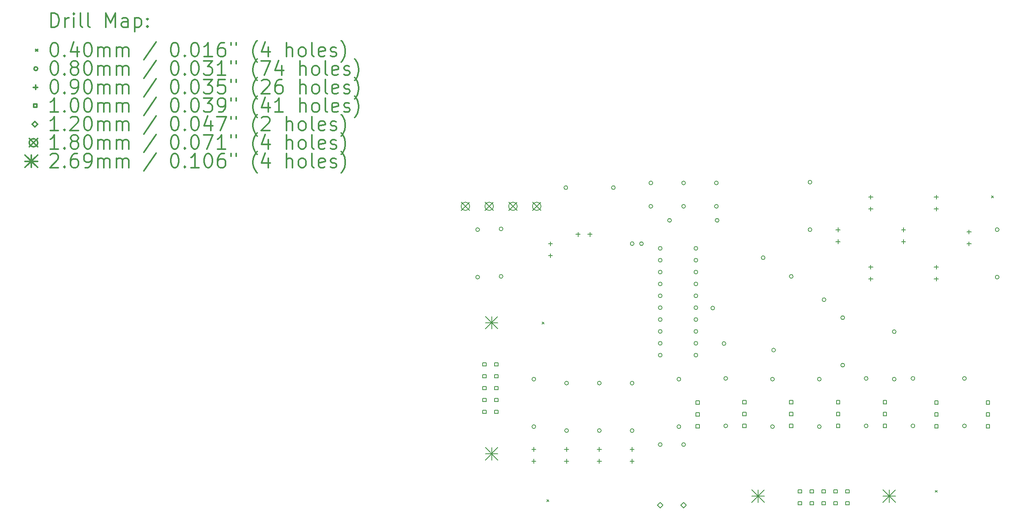
<source format=gbr>
%FSLAX45Y45*%
G04 Gerber Fmt 4.5, Leading zero omitted, Abs format (unit mm)*
G04 Created by KiCad (PCBNEW 5.1.9) date 2021-06-26 10:41:08*
%MOMM*%
%LPD*%
G01*
G04 APERTURE LIST*
%ADD10C,0.200000*%
%ADD11C,0.300000*%
G04 APERTURE END LIST*
D10*
X10780000Y-6780000D02*
X10820000Y-6820000D01*
X10820000Y-6780000D02*
X10780000Y-6820000D01*
X10880000Y-10580000D02*
X10920000Y-10620000D01*
X10920000Y-10580000D02*
X10880000Y-10620000D01*
X19180000Y-10380000D02*
X19220000Y-10420000D01*
X19220000Y-10380000D02*
X19180000Y-10420000D01*
X20380000Y-4080000D02*
X20420000Y-4120000D01*
X20420000Y-4080000D02*
X20380000Y-4120000D01*
X9440000Y-4800000D02*
G75*
G03*
X9440000Y-4800000I-40000J0D01*
G01*
X9440000Y-5816000D02*
G75*
G03*
X9440000Y-5816000I-40000J0D01*
G01*
X9940000Y-4784000D02*
G75*
G03*
X9940000Y-4784000I-40000J0D01*
G01*
X9940000Y-5800000D02*
G75*
G03*
X9940000Y-5800000I-40000J0D01*
G01*
X10640000Y-8000000D02*
G75*
G03*
X10640000Y-8000000I-40000J0D01*
G01*
X10640000Y-9016000D02*
G75*
G03*
X10640000Y-9016000I-40000J0D01*
G01*
X11324000Y-3900000D02*
G75*
G03*
X11324000Y-3900000I-40000J0D01*
G01*
X11340000Y-8084000D02*
G75*
G03*
X11340000Y-8084000I-40000J0D01*
G01*
X11340000Y-9100000D02*
G75*
G03*
X11340000Y-9100000I-40000J0D01*
G01*
X12040000Y-8084000D02*
G75*
G03*
X12040000Y-8084000I-40000J0D01*
G01*
X12040000Y-9100000D02*
G75*
G03*
X12040000Y-9100000I-40000J0D01*
G01*
X12340000Y-3900000D02*
G75*
G03*
X12340000Y-3900000I-40000J0D01*
G01*
X12740000Y-5100000D02*
G75*
G03*
X12740000Y-5100000I-40000J0D01*
G01*
X12740000Y-8084000D02*
G75*
G03*
X12740000Y-8084000I-40000J0D01*
G01*
X12740000Y-9100000D02*
G75*
G03*
X12740000Y-9100000I-40000J0D01*
G01*
X12940000Y-5100000D02*
G75*
G03*
X12940000Y-5100000I-40000J0D01*
G01*
X13140000Y-3800000D02*
G75*
G03*
X13140000Y-3800000I-40000J0D01*
G01*
X13140000Y-4300000D02*
G75*
G03*
X13140000Y-4300000I-40000J0D01*
G01*
X13340000Y-5200000D02*
G75*
G03*
X13340000Y-5200000I-40000J0D01*
G01*
X13340000Y-5454000D02*
G75*
G03*
X13340000Y-5454000I-40000J0D01*
G01*
X13340000Y-5708000D02*
G75*
G03*
X13340000Y-5708000I-40000J0D01*
G01*
X13340000Y-5962000D02*
G75*
G03*
X13340000Y-5962000I-40000J0D01*
G01*
X13340000Y-6216000D02*
G75*
G03*
X13340000Y-6216000I-40000J0D01*
G01*
X13340000Y-6470000D02*
G75*
G03*
X13340000Y-6470000I-40000J0D01*
G01*
X13340000Y-6724000D02*
G75*
G03*
X13340000Y-6724000I-40000J0D01*
G01*
X13340000Y-6978000D02*
G75*
G03*
X13340000Y-6978000I-40000J0D01*
G01*
X13340000Y-7232000D02*
G75*
G03*
X13340000Y-7232000I-40000J0D01*
G01*
X13340000Y-7486000D02*
G75*
G03*
X13340000Y-7486000I-40000J0D01*
G01*
X13340000Y-9400000D02*
G75*
G03*
X13340000Y-9400000I-40000J0D01*
G01*
X13540000Y-4600000D02*
G75*
G03*
X13540000Y-4600000I-40000J0D01*
G01*
X13740000Y-8000000D02*
G75*
G03*
X13740000Y-8000000I-40000J0D01*
G01*
X13740000Y-9016000D02*
G75*
G03*
X13740000Y-9016000I-40000J0D01*
G01*
X13840000Y-3800000D02*
G75*
G03*
X13840000Y-3800000I-40000J0D01*
G01*
X13840000Y-4300000D02*
G75*
G03*
X13840000Y-4300000I-40000J0D01*
G01*
X13840000Y-9400000D02*
G75*
G03*
X13840000Y-9400000I-40000J0D01*
G01*
X14102000Y-5200000D02*
G75*
G03*
X14102000Y-5200000I-40000J0D01*
G01*
X14102000Y-5454000D02*
G75*
G03*
X14102000Y-5454000I-40000J0D01*
G01*
X14102000Y-5708000D02*
G75*
G03*
X14102000Y-5708000I-40000J0D01*
G01*
X14102000Y-5962000D02*
G75*
G03*
X14102000Y-5962000I-40000J0D01*
G01*
X14102000Y-6216000D02*
G75*
G03*
X14102000Y-6216000I-40000J0D01*
G01*
X14102000Y-6470000D02*
G75*
G03*
X14102000Y-6470000I-40000J0D01*
G01*
X14102000Y-6724000D02*
G75*
G03*
X14102000Y-6724000I-40000J0D01*
G01*
X14102000Y-6978000D02*
G75*
G03*
X14102000Y-6978000I-40000J0D01*
G01*
X14102000Y-7232000D02*
G75*
G03*
X14102000Y-7232000I-40000J0D01*
G01*
X14102000Y-7486000D02*
G75*
G03*
X14102000Y-7486000I-40000J0D01*
G01*
X14462369Y-6477631D02*
G75*
G03*
X14462369Y-6477631I-40000J0D01*
G01*
X14540000Y-3800000D02*
G75*
G03*
X14540000Y-3800000I-40000J0D01*
G01*
X14540000Y-4300000D02*
G75*
G03*
X14540000Y-4300000I-40000J0D01*
G01*
X14556000Y-4600000D02*
G75*
G03*
X14556000Y-4600000I-40000J0D01*
G01*
X14703159Y-7236841D02*
G75*
G03*
X14703159Y-7236841I-40000J0D01*
G01*
X14740000Y-7984000D02*
G75*
G03*
X14740000Y-7984000I-40000J0D01*
G01*
X14740000Y-9000000D02*
G75*
G03*
X14740000Y-9000000I-40000J0D01*
G01*
X15540000Y-5400000D02*
G75*
G03*
X15540000Y-5400000I-40000J0D01*
G01*
X15740000Y-8000000D02*
G75*
G03*
X15740000Y-8000000I-40000J0D01*
G01*
X15740000Y-9016000D02*
G75*
G03*
X15740000Y-9016000I-40000J0D01*
G01*
X15762369Y-7377631D02*
G75*
G03*
X15762369Y-7377631I-40000J0D01*
G01*
X16140000Y-5800000D02*
G75*
G03*
X16140000Y-5800000I-40000J0D01*
G01*
X16540000Y-3784000D02*
G75*
G03*
X16540000Y-3784000I-40000J0D01*
G01*
X16540000Y-4800000D02*
G75*
G03*
X16540000Y-4800000I-40000J0D01*
G01*
X16740000Y-8000000D02*
G75*
G03*
X16740000Y-8000000I-40000J0D01*
G01*
X16740000Y-9016000D02*
G75*
G03*
X16740000Y-9016000I-40000J0D01*
G01*
X16840000Y-6300000D02*
G75*
G03*
X16840000Y-6300000I-40000J0D01*
G01*
X17240000Y-6684000D02*
G75*
G03*
X17240000Y-6684000I-40000J0D01*
G01*
X17240000Y-7700000D02*
G75*
G03*
X17240000Y-7700000I-40000J0D01*
G01*
X17740000Y-7984000D02*
G75*
G03*
X17740000Y-7984000I-40000J0D01*
G01*
X17740000Y-9000000D02*
G75*
G03*
X17740000Y-9000000I-40000J0D01*
G01*
X18340000Y-6984000D02*
G75*
G03*
X18340000Y-6984000I-40000J0D01*
G01*
X18340000Y-8000000D02*
G75*
G03*
X18340000Y-8000000I-40000J0D01*
G01*
X18740000Y-7984000D02*
G75*
G03*
X18740000Y-7984000I-40000J0D01*
G01*
X18740000Y-9000000D02*
G75*
G03*
X18740000Y-9000000I-40000J0D01*
G01*
X19840000Y-7984000D02*
G75*
G03*
X19840000Y-7984000I-40000J0D01*
G01*
X19840000Y-9000000D02*
G75*
G03*
X19840000Y-9000000I-40000J0D01*
G01*
X20540000Y-4800000D02*
G75*
G03*
X20540000Y-4800000I-40000J0D01*
G01*
X20540000Y-5816000D02*
G75*
G03*
X20540000Y-5816000I-40000J0D01*
G01*
X10600000Y-9455000D02*
X10600000Y-9545000D01*
X10555000Y-9500000D02*
X10645000Y-9500000D01*
X10600000Y-9709000D02*
X10600000Y-9799000D01*
X10555000Y-9754000D02*
X10645000Y-9754000D01*
X10954000Y-5055000D02*
X10954000Y-5145000D01*
X10909000Y-5100000D02*
X10999000Y-5100000D01*
X10954000Y-5309000D02*
X10954000Y-5399000D01*
X10909000Y-5354000D02*
X10999000Y-5354000D01*
X11300000Y-9455000D02*
X11300000Y-9545000D01*
X11255000Y-9500000D02*
X11345000Y-9500000D01*
X11300000Y-9709000D02*
X11300000Y-9799000D01*
X11255000Y-9754000D02*
X11345000Y-9754000D01*
X11546000Y-4855000D02*
X11546000Y-4945000D01*
X11501000Y-4900000D02*
X11591000Y-4900000D01*
X11800000Y-4855000D02*
X11800000Y-4945000D01*
X11755000Y-4900000D02*
X11845000Y-4900000D01*
X12000000Y-9455000D02*
X12000000Y-9545000D01*
X11955000Y-9500000D02*
X12045000Y-9500000D01*
X12000000Y-9709000D02*
X12000000Y-9799000D01*
X11955000Y-9754000D02*
X12045000Y-9754000D01*
X12700000Y-9455000D02*
X12700000Y-9545000D01*
X12655000Y-9500000D02*
X12745000Y-9500000D01*
X12700000Y-9709000D02*
X12700000Y-9799000D01*
X12655000Y-9754000D02*
X12745000Y-9754000D01*
X17100000Y-4755000D02*
X17100000Y-4845000D01*
X17055000Y-4800000D02*
X17145000Y-4800000D01*
X17100000Y-5009000D02*
X17100000Y-5099000D01*
X17055000Y-5054000D02*
X17145000Y-5054000D01*
X17800000Y-4055000D02*
X17800000Y-4145000D01*
X17755000Y-4100000D02*
X17845000Y-4100000D01*
X17800000Y-4309000D02*
X17800000Y-4399000D01*
X17755000Y-4354000D02*
X17845000Y-4354000D01*
X17800000Y-5555000D02*
X17800000Y-5645000D01*
X17755000Y-5600000D02*
X17845000Y-5600000D01*
X17800000Y-5809000D02*
X17800000Y-5899000D01*
X17755000Y-5854000D02*
X17845000Y-5854000D01*
X18500000Y-4755000D02*
X18500000Y-4845000D01*
X18455000Y-4800000D02*
X18545000Y-4800000D01*
X18500000Y-5009000D02*
X18500000Y-5099000D01*
X18455000Y-5054000D02*
X18545000Y-5054000D01*
X19200000Y-4055000D02*
X19200000Y-4145000D01*
X19155000Y-4100000D02*
X19245000Y-4100000D01*
X19200000Y-4309000D02*
X19200000Y-4399000D01*
X19155000Y-4354000D02*
X19245000Y-4354000D01*
X19200000Y-5555000D02*
X19200000Y-5645000D01*
X19155000Y-5600000D02*
X19245000Y-5600000D01*
X19200000Y-5809000D02*
X19200000Y-5899000D01*
X19155000Y-5854000D02*
X19245000Y-5854000D01*
X19900000Y-4801000D02*
X19900000Y-4891000D01*
X19855000Y-4846000D02*
X19945000Y-4846000D01*
X19900000Y-5055000D02*
X19900000Y-5145000D01*
X19855000Y-5100000D02*
X19945000Y-5100000D01*
X9581356Y-7719356D02*
X9581356Y-7648644D01*
X9510644Y-7648644D01*
X9510644Y-7719356D01*
X9581356Y-7719356D01*
X9581356Y-7973356D02*
X9581356Y-7902644D01*
X9510644Y-7902644D01*
X9510644Y-7973356D01*
X9581356Y-7973356D01*
X9581356Y-8227356D02*
X9581356Y-8156644D01*
X9510644Y-8156644D01*
X9510644Y-8227356D01*
X9581356Y-8227356D01*
X9581356Y-8481356D02*
X9581356Y-8410644D01*
X9510644Y-8410644D01*
X9510644Y-8481356D01*
X9581356Y-8481356D01*
X9581356Y-8735356D02*
X9581356Y-8664644D01*
X9510644Y-8664644D01*
X9510644Y-8735356D01*
X9581356Y-8735356D01*
X9835356Y-7719356D02*
X9835356Y-7648644D01*
X9764644Y-7648644D01*
X9764644Y-7719356D01*
X9835356Y-7719356D01*
X9835356Y-7973356D02*
X9835356Y-7902644D01*
X9764644Y-7902644D01*
X9764644Y-7973356D01*
X9835356Y-7973356D01*
X9835356Y-8227356D02*
X9835356Y-8156644D01*
X9764644Y-8156644D01*
X9764644Y-8227356D01*
X9835356Y-8227356D01*
X9835356Y-8481356D02*
X9835356Y-8410644D01*
X9764644Y-8410644D01*
X9764644Y-8481356D01*
X9835356Y-8481356D01*
X9835356Y-8735356D02*
X9835356Y-8664644D01*
X9764644Y-8664644D01*
X9764644Y-8735356D01*
X9835356Y-8735356D01*
X14135356Y-8535356D02*
X14135356Y-8464644D01*
X14064644Y-8464644D01*
X14064644Y-8535356D01*
X14135356Y-8535356D01*
X14135356Y-8789356D02*
X14135356Y-8718644D01*
X14064644Y-8718644D01*
X14064644Y-8789356D01*
X14135356Y-8789356D01*
X14135356Y-9043356D02*
X14135356Y-8972644D01*
X14064644Y-8972644D01*
X14064644Y-9043356D01*
X14135356Y-9043356D01*
X15135356Y-8527356D02*
X15135356Y-8456644D01*
X15064644Y-8456644D01*
X15064644Y-8527356D01*
X15135356Y-8527356D01*
X15135356Y-8781356D02*
X15135356Y-8710644D01*
X15064644Y-8710644D01*
X15064644Y-8781356D01*
X15135356Y-8781356D01*
X15135356Y-9035356D02*
X15135356Y-8964644D01*
X15064644Y-8964644D01*
X15064644Y-9035356D01*
X15135356Y-9035356D01*
X16135356Y-8527356D02*
X16135356Y-8456644D01*
X16064644Y-8456644D01*
X16064644Y-8527356D01*
X16135356Y-8527356D01*
X16135356Y-8781356D02*
X16135356Y-8710644D01*
X16064644Y-8710644D01*
X16064644Y-8781356D01*
X16135356Y-8781356D01*
X16135356Y-9035356D02*
X16135356Y-8964644D01*
X16064644Y-8964644D01*
X16064644Y-9035356D01*
X16135356Y-9035356D01*
X16319356Y-10433356D02*
X16319356Y-10362644D01*
X16248644Y-10362644D01*
X16248644Y-10433356D01*
X16319356Y-10433356D01*
X16319356Y-10687356D02*
X16319356Y-10616644D01*
X16248644Y-10616644D01*
X16248644Y-10687356D01*
X16319356Y-10687356D01*
X16573356Y-10433356D02*
X16573356Y-10362644D01*
X16502644Y-10362644D01*
X16502644Y-10433356D01*
X16573356Y-10433356D01*
X16573356Y-10687356D02*
X16573356Y-10616644D01*
X16502644Y-10616644D01*
X16502644Y-10687356D01*
X16573356Y-10687356D01*
X16827356Y-10433356D02*
X16827356Y-10362644D01*
X16756644Y-10362644D01*
X16756644Y-10433356D01*
X16827356Y-10433356D01*
X16827356Y-10687356D02*
X16827356Y-10616644D01*
X16756644Y-10616644D01*
X16756644Y-10687356D01*
X16827356Y-10687356D01*
X17081356Y-10433356D02*
X17081356Y-10362644D01*
X17010644Y-10362644D01*
X17010644Y-10433356D01*
X17081356Y-10433356D01*
X17081356Y-10687356D02*
X17081356Y-10616644D01*
X17010644Y-10616644D01*
X17010644Y-10687356D01*
X17081356Y-10687356D01*
X17135356Y-8527356D02*
X17135356Y-8456644D01*
X17064644Y-8456644D01*
X17064644Y-8527356D01*
X17135356Y-8527356D01*
X17135356Y-8781356D02*
X17135356Y-8710644D01*
X17064644Y-8710644D01*
X17064644Y-8781356D01*
X17135356Y-8781356D01*
X17135356Y-9035356D02*
X17135356Y-8964644D01*
X17064644Y-8964644D01*
X17064644Y-9035356D01*
X17135356Y-9035356D01*
X17335356Y-10433356D02*
X17335356Y-10362644D01*
X17264644Y-10362644D01*
X17264644Y-10433356D01*
X17335356Y-10433356D01*
X17335356Y-10687356D02*
X17335356Y-10616644D01*
X17264644Y-10616644D01*
X17264644Y-10687356D01*
X17335356Y-10687356D01*
X18135356Y-8527356D02*
X18135356Y-8456644D01*
X18064644Y-8456644D01*
X18064644Y-8527356D01*
X18135356Y-8527356D01*
X18135356Y-8781356D02*
X18135356Y-8710644D01*
X18064644Y-8710644D01*
X18064644Y-8781356D01*
X18135356Y-8781356D01*
X18135356Y-9035356D02*
X18135356Y-8964644D01*
X18064644Y-8964644D01*
X18064644Y-9035356D01*
X18135356Y-9035356D01*
X19235356Y-8535356D02*
X19235356Y-8464644D01*
X19164644Y-8464644D01*
X19164644Y-8535356D01*
X19235356Y-8535356D01*
X19235356Y-8789356D02*
X19235356Y-8718644D01*
X19164644Y-8718644D01*
X19164644Y-8789356D01*
X19235356Y-8789356D01*
X19235356Y-9043356D02*
X19235356Y-8972644D01*
X19164644Y-8972644D01*
X19164644Y-9043356D01*
X19235356Y-9043356D01*
X20335356Y-8535356D02*
X20335356Y-8464644D01*
X20264644Y-8464644D01*
X20264644Y-8535356D01*
X20335356Y-8535356D01*
X20335356Y-8789356D02*
X20335356Y-8718644D01*
X20264644Y-8718644D01*
X20264644Y-8789356D01*
X20335356Y-8789356D01*
X20335356Y-9043356D02*
X20335356Y-8972644D01*
X20264644Y-8972644D01*
X20264644Y-9043356D01*
X20335356Y-9043356D01*
X13300000Y-10760000D02*
X13360000Y-10700000D01*
X13300000Y-10640000D01*
X13240000Y-10700000D01*
X13300000Y-10760000D01*
X13800000Y-10760000D02*
X13860000Y-10700000D01*
X13800000Y-10640000D01*
X13740000Y-10700000D01*
X13800000Y-10760000D01*
X9048000Y-4210000D02*
X9228000Y-4390000D01*
X9228000Y-4210000D02*
X9048000Y-4390000D01*
X9228000Y-4300000D02*
G75*
G03*
X9228000Y-4300000I-90000J0D01*
G01*
X9556000Y-4210000D02*
X9736000Y-4390000D01*
X9736000Y-4210000D02*
X9556000Y-4390000D01*
X9736000Y-4300000D02*
G75*
G03*
X9736000Y-4300000I-90000J0D01*
G01*
X10064000Y-4210000D02*
X10244000Y-4390000D01*
X10244000Y-4210000D02*
X10064000Y-4390000D01*
X10244000Y-4300000D02*
G75*
G03*
X10244000Y-4300000I-90000J0D01*
G01*
X10572000Y-4210000D02*
X10752000Y-4390000D01*
X10752000Y-4210000D02*
X10572000Y-4390000D01*
X10752000Y-4300000D02*
G75*
G03*
X10752000Y-4300000I-90000J0D01*
G01*
X9563500Y-6655500D02*
X9832500Y-6924500D01*
X9832500Y-6655500D02*
X9563500Y-6924500D01*
X9698000Y-6655500D02*
X9698000Y-6924500D01*
X9563500Y-6790000D02*
X9832500Y-6790000D01*
X9563500Y-9459500D02*
X9832500Y-9728500D01*
X9832500Y-9459500D02*
X9563500Y-9728500D01*
X9698000Y-9459500D02*
X9698000Y-9728500D01*
X9563500Y-9594000D02*
X9832500Y-9594000D01*
X15255500Y-10365500D02*
X15524500Y-10634500D01*
X15524500Y-10365500D02*
X15255500Y-10634500D01*
X15390000Y-10365500D02*
X15390000Y-10634500D01*
X15255500Y-10500000D02*
X15524500Y-10500000D01*
X18059500Y-10365500D02*
X18328500Y-10634500D01*
X18328500Y-10365500D02*
X18059500Y-10634500D01*
X18194000Y-10365500D02*
X18194000Y-10634500D01*
X18059500Y-10500000D02*
X18328500Y-10500000D01*
D11*
X286429Y-465714D02*
X286429Y-165714D01*
X357857Y-165714D01*
X400714Y-180000D01*
X429286Y-208571D01*
X443571Y-237143D01*
X457857Y-294286D01*
X457857Y-337143D01*
X443571Y-394286D01*
X429286Y-422857D01*
X400714Y-451428D01*
X357857Y-465714D01*
X286429Y-465714D01*
X586429Y-465714D02*
X586429Y-265714D01*
X586429Y-322857D02*
X600714Y-294286D01*
X615000Y-280000D01*
X643571Y-265714D01*
X672143Y-265714D01*
X772143Y-465714D02*
X772143Y-265714D01*
X772143Y-165714D02*
X757857Y-180000D01*
X772143Y-194286D01*
X786428Y-180000D01*
X772143Y-165714D01*
X772143Y-194286D01*
X957857Y-465714D02*
X929286Y-451428D01*
X915000Y-422857D01*
X915000Y-165714D01*
X1115000Y-465714D02*
X1086429Y-451428D01*
X1072143Y-422857D01*
X1072143Y-165714D01*
X1457857Y-465714D02*
X1457857Y-165714D01*
X1557857Y-380000D01*
X1657857Y-165714D01*
X1657857Y-465714D01*
X1929286Y-465714D02*
X1929286Y-308571D01*
X1915000Y-280000D01*
X1886428Y-265714D01*
X1829286Y-265714D01*
X1800714Y-280000D01*
X1929286Y-451428D02*
X1900714Y-465714D01*
X1829286Y-465714D01*
X1800714Y-451428D01*
X1786428Y-422857D01*
X1786428Y-394286D01*
X1800714Y-365714D01*
X1829286Y-351428D01*
X1900714Y-351428D01*
X1929286Y-337143D01*
X2072143Y-265714D02*
X2072143Y-565714D01*
X2072143Y-280000D02*
X2100714Y-265714D01*
X2157857Y-265714D01*
X2186429Y-280000D01*
X2200714Y-294286D01*
X2215000Y-322857D01*
X2215000Y-408571D01*
X2200714Y-437143D01*
X2186429Y-451428D01*
X2157857Y-465714D01*
X2100714Y-465714D01*
X2072143Y-451428D01*
X2343571Y-437143D02*
X2357857Y-451428D01*
X2343571Y-465714D01*
X2329286Y-451428D01*
X2343571Y-437143D01*
X2343571Y-465714D01*
X2343571Y-280000D02*
X2357857Y-294286D01*
X2343571Y-308571D01*
X2329286Y-294286D01*
X2343571Y-280000D01*
X2343571Y-308571D01*
X-40000Y-940000D02*
X0Y-980000D01*
X0Y-940000D02*
X-40000Y-980000D01*
X343571Y-795714D02*
X372143Y-795714D01*
X400714Y-810000D01*
X415000Y-824286D01*
X429286Y-852857D01*
X443571Y-910000D01*
X443571Y-981428D01*
X429286Y-1038571D01*
X415000Y-1067143D01*
X400714Y-1081429D01*
X372143Y-1095714D01*
X343571Y-1095714D01*
X315000Y-1081429D01*
X300714Y-1067143D01*
X286429Y-1038571D01*
X272143Y-981428D01*
X272143Y-910000D01*
X286429Y-852857D01*
X300714Y-824286D01*
X315000Y-810000D01*
X343571Y-795714D01*
X572143Y-1067143D02*
X586429Y-1081429D01*
X572143Y-1095714D01*
X557857Y-1081429D01*
X572143Y-1067143D01*
X572143Y-1095714D01*
X843571Y-895714D02*
X843571Y-1095714D01*
X772143Y-781428D02*
X700714Y-995714D01*
X886428Y-995714D01*
X1057857Y-795714D02*
X1086429Y-795714D01*
X1115000Y-810000D01*
X1129286Y-824286D01*
X1143571Y-852857D01*
X1157857Y-910000D01*
X1157857Y-981428D01*
X1143571Y-1038571D01*
X1129286Y-1067143D01*
X1115000Y-1081429D01*
X1086429Y-1095714D01*
X1057857Y-1095714D01*
X1029286Y-1081429D01*
X1015000Y-1067143D01*
X1000714Y-1038571D01*
X986428Y-981428D01*
X986428Y-910000D01*
X1000714Y-852857D01*
X1015000Y-824286D01*
X1029286Y-810000D01*
X1057857Y-795714D01*
X1286429Y-1095714D02*
X1286429Y-895714D01*
X1286429Y-924286D02*
X1300714Y-910000D01*
X1329286Y-895714D01*
X1372143Y-895714D01*
X1400714Y-910000D01*
X1415000Y-938571D01*
X1415000Y-1095714D01*
X1415000Y-938571D02*
X1429286Y-910000D01*
X1457857Y-895714D01*
X1500714Y-895714D01*
X1529286Y-910000D01*
X1543571Y-938571D01*
X1543571Y-1095714D01*
X1686428Y-1095714D02*
X1686428Y-895714D01*
X1686428Y-924286D02*
X1700714Y-910000D01*
X1729286Y-895714D01*
X1772143Y-895714D01*
X1800714Y-910000D01*
X1815000Y-938571D01*
X1815000Y-1095714D01*
X1815000Y-938571D02*
X1829286Y-910000D01*
X1857857Y-895714D01*
X1900714Y-895714D01*
X1929286Y-910000D01*
X1943571Y-938571D01*
X1943571Y-1095714D01*
X2529286Y-781428D02*
X2272143Y-1167143D01*
X2915000Y-795714D02*
X2943571Y-795714D01*
X2972143Y-810000D01*
X2986428Y-824286D01*
X3000714Y-852857D01*
X3015000Y-910000D01*
X3015000Y-981428D01*
X3000714Y-1038571D01*
X2986428Y-1067143D01*
X2972143Y-1081429D01*
X2943571Y-1095714D01*
X2915000Y-1095714D01*
X2886428Y-1081429D01*
X2872143Y-1067143D01*
X2857857Y-1038571D01*
X2843571Y-981428D01*
X2843571Y-910000D01*
X2857857Y-852857D01*
X2872143Y-824286D01*
X2886428Y-810000D01*
X2915000Y-795714D01*
X3143571Y-1067143D02*
X3157857Y-1081429D01*
X3143571Y-1095714D01*
X3129286Y-1081429D01*
X3143571Y-1067143D01*
X3143571Y-1095714D01*
X3343571Y-795714D02*
X3372143Y-795714D01*
X3400714Y-810000D01*
X3415000Y-824286D01*
X3429286Y-852857D01*
X3443571Y-910000D01*
X3443571Y-981428D01*
X3429286Y-1038571D01*
X3415000Y-1067143D01*
X3400714Y-1081429D01*
X3372143Y-1095714D01*
X3343571Y-1095714D01*
X3315000Y-1081429D01*
X3300714Y-1067143D01*
X3286428Y-1038571D01*
X3272143Y-981428D01*
X3272143Y-910000D01*
X3286428Y-852857D01*
X3300714Y-824286D01*
X3315000Y-810000D01*
X3343571Y-795714D01*
X3729286Y-1095714D02*
X3557857Y-1095714D01*
X3643571Y-1095714D02*
X3643571Y-795714D01*
X3615000Y-838571D01*
X3586428Y-867143D01*
X3557857Y-881428D01*
X3986428Y-795714D02*
X3929286Y-795714D01*
X3900714Y-810000D01*
X3886428Y-824286D01*
X3857857Y-867143D01*
X3843571Y-924286D01*
X3843571Y-1038571D01*
X3857857Y-1067143D01*
X3872143Y-1081429D01*
X3900714Y-1095714D01*
X3957857Y-1095714D01*
X3986428Y-1081429D01*
X4000714Y-1067143D01*
X4015000Y-1038571D01*
X4015000Y-967143D01*
X4000714Y-938571D01*
X3986428Y-924286D01*
X3957857Y-910000D01*
X3900714Y-910000D01*
X3872143Y-924286D01*
X3857857Y-938571D01*
X3843571Y-967143D01*
X4129286Y-795714D02*
X4129286Y-852857D01*
X4243571Y-795714D02*
X4243571Y-852857D01*
X4686429Y-1210000D02*
X4672143Y-1195714D01*
X4643571Y-1152857D01*
X4629286Y-1124286D01*
X4615000Y-1081429D01*
X4600714Y-1010000D01*
X4600714Y-952857D01*
X4615000Y-881428D01*
X4629286Y-838571D01*
X4643571Y-810000D01*
X4672143Y-767143D01*
X4686429Y-752857D01*
X4929286Y-895714D02*
X4929286Y-1095714D01*
X4857857Y-781428D02*
X4786429Y-995714D01*
X4972143Y-995714D01*
X5315000Y-1095714D02*
X5315000Y-795714D01*
X5443571Y-1095714D02*
X5443571Y-938571D01*
X5429286Y-910000D01*
X5400714Y-895714D01*
X5357857Y-895714D01*
X5329286Y-910000D01*
X5315000Y-924286D01*
X5629286Y-1095714D02*
X5600714Y-1081429D01*
X5586429Y-1067143D01*
X5572143Y-1038571D01*
X5572143Y-952857D01*
X5586429Y-924286D01*
X5600714Y-910000D01*
X5629286Y-895714D01*
X5672143Y-895714D01*
X5700714Y-910000D01*
X5715000Y-924286D01*
X5729286Y-952857D01*
X5729286Y-1038571D01*
X5715000Y-1067143D01*
X5700714Y-1081429D01*
X5672143Y-1095714D01*
X5629286Y-1095714D01*
X5900714Y-1095714D02*
X5872143Y-1081429D01*
X5857857Y-1052857D01*
X5857857Y-795714D01*
X6129286Y-1081429D02*
X6100714Y-1095714D01*
X6043571Y-1095714D01*
X6015000Y-1081429D01*
X6000714Y-1052857D01*
X6000714Y-938571D01*
X6015000Y-910000D01*
X6043571Y-895714D01*
X6100714Y-895714D01*
X6129286Y-910000D01*
X6143571Y-938571D01*
X6143571Y-967143D01*
X6000714Y-995714D01*
X6257857Y-1081429D02*
X6286428Y-1095714D01*
X6343571Y-1095714D01*
X6372143Y-1081429D01*
X6386428Y-1052857D01*
X6386428Y-1038571D01*
X6372143Y-1010000D01*
X6343571Y-995714D01*
X6300714Y-995714D01*
X6272143Y-981428D01*
X6257857Y-952857D01*
X6257857Y-938571D01*
X6272143Y-910000D01*
X6300714Y-895714D01*
X6343571Y-895714D01*
X6372143Y-910000D01*
X6486428Y-1210000D02*
X6500714Y-1195714D01*
X6529286Y-1152857D01*
X6543571Y-1124286D01*
X6557857Y-1081429D01*
X6572143Y-1010000D01*
X6572143Y-952857D01*
X6557857Y-881428D01*
X6543571Y-838571D01*
X6529286Y-810000D01*
X6500714Y-767143D01*
X6486428Y-752857D01*
X0Y-1356000D02*
G75*
G03*
X0Y-1356000I-40000J0D01*
G01*
X343571Y-1191714D02*
X372143Y-1191714D01*
X400714Y-1206000D01*
X415000Y-1220286D01*
X429286Y-1248857D01*
X443571Y-1306000D01*
X443571Y-1377429D01*
X429286Y-1434571D01*
X415000Y-1463143D01*
X400714Y-1477428D01*
X372143Y-1491714D01*
X343571Y-1491714D01*
X315000Y-1477428D01*
X300714Y-1463143D01*
X286429Y-1434571D01*
X272143Y-1377429D01*
X272143Y-1306000D01*
X286429Y-1248857D01*
X300714Y-1220286D01*
X315000Y-1206000D01*
X343571Y-1191714D01*
X572143Y-1463143D02*
X586429Y-1477428D01*
X572143Y-1491714D01*
X557857Y-1477428D01*
X572143Y-1463143D01*
X572143Y-1491714D01*
X757857Y-1320286D02*
X729286Y-1306000D01*
X715000Y-1291714D01*
X700714Y-1263143D01*
X700714Y-1248857D01*
X715000Y-1220286D01*
X729286Y-1206000D01*
X757857Y-1191714D01*
X815000Y-1191714D01*
X843571Y-1206000D01*
X857857Y-1220286D01*
X872143Y-1248857D01*
X872143Y-1263143D01*
X857857Y-1291714D01*
X843571Y-1306000D01*
X815000Y-1320286D01*
X757857Y-1320286D01*
X729286Y-1334571D01*
X715000Y-1348857D01*
X700714Y-1377429D01*
X700714Y-1434571D01*
X715000Y-1463143D01*
X729286Y-1477428D01*
X757857Y-1491714D01*
X815000Y-1491714D01*
X843571Y-1477428D01*
X857857Y-1463143D01*
X872143Y-1434571D01*
X872143Y-1377429D01*
X857857Y-1348857D01*
X843571Y-1334571D01*
X815000Y-1320286D01*
X1057857Y-1191714D02*
X1086429Y-1191714D01*
X1115000Y-1206000D01*
X1129286Y-1220286D01*
X1143571Y-1248857D01*
X1157857Y-1306000D01*
X1157857Y-1377429D01*
X1143571Y-1434571D01*
X1129286Y-1463143D01*
X1115000Y-1477428D01*
X1086429Y-1491714D01*
X1057857Y-1491714D01*
X1029286Y-1477428D01*
X1015000Y-1463143D01*
X1000714Y-1434571D01*
X986428Y-1377429D01*
X986428Y-1306000D01*
X1000714Y-1248857D01*
X1015000Y-1220286D01*
X1029286Y-1206000D01*
X1057857Y-1191714D01*
X1286429Y-1491714D02*
X1286429Y-1291714D01*
X1286429Y-1320286D02*
X1300714Y-1306000D01*
X1329286Y-1291714D01*
X1372143Y-1291714D01*
X1400714Y-1306000D01*
X1415000Y-1334571D01*
X1415000Y-1491714D01*
X1415000Y-1334571D02*
X1429286Y-1306000D01*
X1457857Y-1291714D01*
X1500714Y-1291714D01*
X1529286Y-1306000D01*
X1543571Y-1334571D01*
X1543571Y-1491714D01*
X1686428Y-1491714D02*
X1686428Y-1291714D01*
X1686428Y-1320286D02*
X1700714Y-1306000D01*
X1729286Y-1291714D01*
X1772143Y-1291714D01*
X1800714Y-1306000D01*
X1815000Y-1334571D01*
X1815000Y-1491714D01*
X1815000Y-1334571D02*
X1829286Y-1306000D01*
X1857857Y-1291714D01*
X1900714Y-1291714D01*
X1929286Y-1306000D01*
X1943571Y-1334571D01*
X1943571Y-1491714D01*
X2529286Y-1177429D02*
X2272143Y-1563143D01*
X2915000Y-1191714D02*
X2943571Y-1191714D01*
X2972143Y-1206000D01*
X2986428Y-1220286D01*
X3000714Y-1248857D01*
X3015000Y-1306000D01*
X3015000Y-1377429D01*
X3000714Y-1434571D01*
X2986428Y-1463143D01*
X2972143Y-1477428D01*
X2943571Y-1491714D01*
X2915000Y-1491714D01*
X2886428Y-1477428D01*
X2872143Y-1463143D01*
X2857857Y-1434571D01*
X2843571Y-1377429D01*
X2843571Y-1306000D01*
X2857857Y-1248857D01*
X2872143Y-1220286D01*
X2886428Y-1206000D01*
X2915000Y-1191714D01*
X3143571Y-1463143D02*
X3157857Y-1477428D01*
X3143571Y-1491714D01*
X3129286Y-1477428D01*
X3143571Y-1463143D01*
X3143571Y-1491714D01*
X3343571Y-1191714D02*
X3372143Y-1191714D01*
X3400714Y-1206000D01*
X3415000Y-1220286D01*
X3429286Y-1248857D01*
X3443571Y-1306000D01*
X3443571Y-1377429D01*
X3429286Y-1434571D01*
X3415000Y-1463143D01*
X3400714Y-1477428D01*
X3372143Y-1491714D01*
X3343571Y-1491714D01*
X3315000Y-1477428D01*
X3300714Y-1463143D01*
X3286428Y-1434571D01*
X3272143Y-1377429D01*
X3272143Y-1306000D01*
X3286428Y-1248857D01*
X3300714Y-1220286D01*
X3315000Y-1206000D01*
X3343571Y-1191714D01*
X3543571Y-1191714D02*
X3729286Y-1191714D01*
X3629286Y-1306000D01*
X3672143Y-1306000D01*
X3700714Y-1320286D01*
X3715000Y-1334571D01*
X3729286Y-1363143D01*
X3729286Y-1434571D01*
X3715000Y-1463143D01*
X3700714Y-1477428D01*
X3672143Y-1491714D01*
X3586428Y-1491714D01*
X3557857Y-1477428D01*
X3543571Y-1463143D01*
X4015000Y-1491714D02*
X3843571Y-1491714D01*
X3929286Y-1491714D02*
X3929286Y-1191714D01*
X3900714Y-1234571D01*
X3872143Y-1263143D01*
X3843571Y-1277429D01*
X4129286Y-1191714D02*
X4129286Y-1248857D01*
X4243571Y-1191714D02*
X4243571Y-1248857D01*
X4686429Y-1606000D02*
X4672143Y-1591714D01*
X4643571Y-1548857D01*
X4629286Y-1520286D01*
X4615000Y-1477428D01*
X4600714Y-1406000D01*
X4600714Y-1348857D01*
X4615000Y-1277429D01*
X4629286Y-1234571D01*
X4643571Y-1206000D01*
X4672143Y-1163143D01*
X4686429Y-1148857D01*
X4772143Y-1191714D02*
X4972143Y-1191714D01*
X4843571Y-1491714D01*
X5215000Y-1291714D02*
X5215000Y-1491714D01*
X5143571Y-1177429D02*
X5072143Y-1391714D01*
X5257857Y-1391714D01*
X5600714Y-1491714D02*
X5600714Y-1191714D01*
X5729286Y-1491714D02*
X5729286Y-1334571D01*
X5715000Y-1306000D01*
X5686428Y-1291714D01*
X5643571Y-1291714D01*
X5615000Y-1306000D01*
X5600714Y-1320286D01*
X5915000Y-1491714D02*
X5886428Y-1477428D01*
X5872143Y-1463143D01*
X5857857Y-1434571D01*
X5857857Y-1348857D01*
X5872143Y-1320286D01*
X5886428Y-1306000D01*
X5915000Y-1291714D01*
X5957857Y-1291714D01*
X5986428Y-1306000D01*
X6000714Y-1320286D01*
X6015000Y-1348857D01*
X6015000Y-1434571D01*
X6000714Y-1463143D01*
X5986428Y-1477428D01*
X5957857Y-1491714D01*
X5915000Y-1491714D01*
X6186428Y-1491714D02*
X6157857Y-1477428D01*
X6143571Y-1448857D01*
X6143571Y-1191714D01*
X6415000Y-1477428D02*
X6386428Y-1491714D01*
X6329286Y-1491714D01*
X6300714Y-1477428D01*
X6286428Y-1448857D01*
X6286428Y-1334571D01*
X6300714Y-1306000D01*
X6329286Y-1291714D01*
X6386428Y-1291714D01*
X6415000Y-1306000D01*
X6429286Y-1334571D01*
X6429286Y-1363143D01*
X6286428Y-1391714D01*
X6543571Y-1477428D02*
X6572143Y-1491714D01*
X6629286Y-1491714D01*
X6657857Y-1477428D01*
X6672143Y-1448857D01*
X6672143Y-1434571D01*
X6657857Y-1406000D01*
X6629286Y-1391714D01*
X6586428Y-1391714D01*
X6557857Y-1377429D01*
X6543571Y-1348857D01*
X6543571Y-1334571D01*
X6557857Y-1306000D01*
X6586428Y-1291714D01*
X6629286Y-1291714D01*
X6657857Y-1306000D01*
X6772143Y-1606000D02*
X6786428Y-1591714D01*
X6815000Y-1548857D01*
X6829286Y-1520286D01*
X6843571Y-1477428D01*
X6857857Y-1406000D01*
X6857857Y-1348857D01*
X6843571Y-1277429D01*
X6829286Y-1234571D01*
X6815000Y-1206000D01*
X6786428Y-1163143D01*
X6772143Y-1148857D01*
X-45000Y-1707000D02*
X-45000Y-1797000D01*
X-90000Y-1752000D02*
X0Y-1752000D01*
X343571Y-1587714D02*
X372143Y-1587714D01*
X400714Y-1602000D01*
X415000Y-1616286D01*
X429286Y-1644857D01*
X443571Y-1702000D01*
X443571Y-1773428D01*
X429286Y-1830571D01*
X415000Y-1859143D01*
X400714Y-1873428D01*
X372143Y-1887714D01*
X343571Y-1887714D01*
X315000Y-1873428D01*
X300714Y-1859143D01*
X286429Y-1830571D01*
X272143Y-1773428D01*
X272143Y-1702000D01*
X286429Y-1644857D01*
X300714Y-1616286D01*
X315000Y-1602000D01*
X343571Y-1587714D01*
X572143Y-1859143D02*
X586429Y-1873428D01*
X572143Y-1887714D01*
X557857Y-1873428D01*
X572143Y-1859143D01*
X572143Y-1887714D01*
X729286Y-1887714D02*
X786428Y-1887714D01*
X815000Y-1873428D01*
X829286Y-1859143D01*
X857857Y-1816286D01*
X872143Y-1759143D01*
X872143Y-1644857D01*
X857857Y-1616286D01*
X843571Y-1602000D01*
X815000Y-1587714D01*
X757857Y-1587714D01*
X729286Y-1602000D01*
X715000Y-1616286D01*
X700714Y-1644857D01*
X700714Y-1716286D01*
X715000Y-1744857D01*
X729286Y-1759143D01*
X757857Y-1773428D01*
X815000Y-1773428D01*
X843571Y-1759143D01*
X857857Y-1744857D01*
X872143Y-1716286D01*
X1057857Y-1587714D02*
X1086429Y-1587714D01*
X1115000Y-1602000D01*
X1129286Y-1616286D01*
X1143571Y-1644857D01*
X1157857Y-1702000D01*
X1157857Y-1773428D01*
X1143571Y-1830571D01*
X1129286Y-1859143D01*
X1115000Y-1873428D01*
X1086429Y-1887714D01*
X1057857Y-1887714D01*
X1029286Y-1873428D01*
X1015000Y-1859143D01*
X1000714Y-1830571D01*
X986428Y-1773428D01*
X986428Y-1702000D01*
X1000714Y-1644857D01*
X1015000Y-1616286D01*
X1029286Y-1602000D01*
X1057857Y-1587714D01*
X1286429Y-1887714D02*
X1286429Y-1687714D01*
X1286429Y-1716286D02*
X1300714Y-1702000D01*
X1329286Y-1687714D01*
X1372143Y-1687714D01*
X1400714Y-1702000D01*
X1415000Y-1730571D01*
X1415000Y-1887714D01*
X1415000Y-1730571D02*
X1429286Y-1702000D01*
X1457857Y-1687714D01*
X1500714Y-1687714D01*
X1529286Y-1702000D01*
X1543571Y-1730571D01*
X1543571Y-1887714D01*
X1686428Y-1887714D02*
X1686428Y-1687714D01*
X1686428Y-1716286D02*
X1700714Y-1702000D01*
X1729286Y-1687714D01*
X1772143Y-1687714D01*
X1800714Y-1702000D01*
X1815000Y-1730571D01*
X1815000Y-1887714D01*
X1815000Y-1730571D02*
X1829286Y-1702000D01*
X1857857Y-1687714D01*
X1900714Y-1687714D01*
X1929286Y-1702000D01*
X1943571Y-1730571D01*
X1943571Y-1887714D01*
X2529286Y-1573428D02*
X2272143Y-1959143D01*
X2915000Y-1587714D02*
X2943571Y-1587714D01*
X2972143Y-1602000D01*
X2986428Y-1616286D01*
X3000714Y-1644857D01*
X3015000Y-1702000D01*
X3015000Y-1773428D01*
X3000714Y-1830571D01*
X2986428Y-1859143D01*
X2972143Y-1873428D01*
X2943571Y-1887714D01*
X2915000Y-1887714D01*
X2886428Y-1873428D01*
X2872143Y-1859143D01*
X2857857Y-1830571D01*
X2843571Y-1773428D01*
X2843571Y-1702000D01*
X2857857Y-1644857D01*
X2872143Y-1616286D01*
X2886428Y-1602000D01*
X2915000Y-1587714D01*
X3143571Y-1859143D02*
X3157857Y-1873428D01*
X3143571Y-1887714D01*
X3129286Y-1873428D01*
X3143571Y-1859143D01*
X3143571Y-1887714D01*
X3343571Y-1587714D02*
X3372143Y-1587714D01*
X3400714Y-1602000D01*
X3415000Y-1616286D01*
X3429286Y-1644857D01*
X3443571Y-1702000D01*
X3443571Y-1773428D01*
X3429286Y-1830571D01*
X3415000Y-1859143D01*
X3400714Y-1873428D01*
X3372143Y-1887714D01*
X3343571Y-1887714D01*
X3315000Y-1873428D01*
X3300714Y-1859143D01*
X3286428Y-1830571D01*
X3272143Y-1773428D01*
X3272143Y-1702000D01*
X3286428Y-1644857D01*
X3300714Y-1616286D01*
X3315000Y-1602000D01*
X3343571Y-1587714D01*
X3543571Y-1587714D02*
X3729286Y-1587714D01*
X3629286Y-1702000D01*
X3672143Y-1702000D01*
X3700714Y-1716286D01*
X3715000Y-1730571D01*
X3729286Y-1759143D01*
X3729286Y-1830571D01*
X3715000Y-1859143D01*
X3700714Y-1873428D01*
X3672143Y-1887714D01*
X3586428Y-1887714D01*
X3557857Y-1873428D01*
X3543571Y-1859143D01*
X4000714Y-1587714D02*
X3857857Y-1587714D01*
X3843571Y-1730571D01*
X3857857Y-1716286D01*
X3886428Y-1702000D01*
X3957857Y-1702000D01*
X3986428Y-1716286D01*
X4000714Y-1730571D01*
X4015000Y-1759143D01*
X4015000Y-1830571D01*
X4000714Y-1859143D01*
X3986428Y-1873428D01*
X3957857Y-1887714D01*
X3886428Y-1887714D01*
X3857857Y-1873428D01*
X3843571Y-1859143D01*
X4129286Y-1587714D02*
X4129286Y-1644857D01*
X4243571Y-1587714D02*
X4243571Y-1644857D01*
X4686429Y-2002000D02*
X4672143Y-1987714D01*
X4643571Y-1944857D01*
X4629286Y-1916286D01*
X4615000Y-1873428D01*
X4600714Y-1802000D01*
X4600714Y-1744857D01*
X4615000Y-1673428D01*
X4629286Y-1630571D01*
X4643571Y-1602000D01*
X4672143Y-1559143D01*
X4686429Y-1544857D01*
X4786429Y-1616286D02*
X4800714Y-1602000D01*
X4829286Y-1587714D01*
X4900714Y-1587714D01*
X4929286Y-1602000D01*
X4943571Y-1616286D01*
X4957857Y-1644857D01*
X4957857Y-1673428D01*
X4943571Y-1716286D01*
X4772143Y-1887714D01*
X4957857Y-1887714D01*
X5215000Y-1587714D02*
X5157857Y-1587714D01*
X5129286Y-1602000D01*
X5115000Y-1616286D01*
X5086429Y-1659143D01*
X5072143Y-1716286D01*
X5072143Y-1830571D01*
X5086429Y-1859143D01*
X5100714Y-1873428D01*
X5129286Y-1887714D01*
X5186429Y-1887714D01*
X5215000Y-1873428D01*
X5229286Y-1859143D01*
X5243571Y-1830571D01*
X5243571Y-1759143D01*
X5229286Y-1730571D01*
X5215000Y-1716286D01*
X5186429Y-1702000D01*
X5129286Y-1702000D01*
X5100714Y-1716286D01*
X5086429Y-1730571D01*
X5072143Y-1759143D01*
X5600714Y-1887714D02*
X5600714Y-1587714D01*
X5729286Y-1887714D02*
X5729286Y-1730571D01*
X5715000Y-1702000D01*
X5686428Y-1687714D01*
X5643571Y-1687714D01*
X5615000Y-1702000D01*
X5600714Y-1716286D01*
X5915000Y-1887714D02*
X5886428Y-1873428D01*
X5872143Y-1859143D01*
X5857857Y-1830571D01*
X5857857Y-1744857D01*
X5872143Y-1716286D01*
X5886428Y-1702000D01*
X5915000Y-1687714D01*
X5957857Y-1687714D01*
X5986428Y-1702000D01*
X6000714Y-1716286D01*
X6015000Y-1744857D01*
X6015000Y-1830571D01*
X6000714Y-1859143D01*
X5986428Y-1873428D01*
X5957857Y-1887714D01*
X5915000Y-1887714D01*
X6186428Y-1887714D02*
X6157857Y-1873428D01*
X6143571Y-1844857D01*
X6143571Y-1587714D01*
X6415000Y-1873428D02*
X6386428Y-1887714D01*
X6329286Y-1887714D01*
X6300714Y-1873428D01*
X6286428Y-1844857D01*
X6286428Y-1730571D01*
X6300714Y-1702000D01*
X6329286Y-1687714D01*
X6386428Y-1687714D01*
X6415000Y-1702000D01*
X6429286Y-1730571D01*
X6429286Y-1759143D01*
X6286428Y-1787714D01*
X6543571Y-1873428D02*
X6572143Y-1887714D01*
X6629286Y-1887714D01*
X6657857Y-1873428D01*
X6672143Y-1844857D01*
X6672143Y-1830571D01*
X6657857Y-1802000D01*
X6629286Y-1787714D01*
X6586428Y-1787714D01*
X6557857Y-1773428D01*
X6543571Y-1744857D01*
X6543571Y-1730571D01*
X6557857Y-1702000D01*
X6586428Y-1687714D01*
X6629286Y-1687714D01*
X6657857Y-1702000D01*
X6772143Y-2002000D02*
X6786428Y-1987714D01*
X6815000Y-1944857D01*
X6829286Y-1916286D01*
X6843571Y-1873428D01*
X6857857Y-1802000D01*
X6857857Y-1744857D01*
X6843571Y-1673428D01*
X6829286Y-1630571D01*
X6815000Y-1602000D01*
X6786428Y-1559143D01*
X6772143Y-1544857D01*
X-14644Y-2183356D02*
X-14644Y-2112644D01*
X-85356Y-2112644D01*
X-85356Y-2183356D01*
X-14644Y-2183356D01*
X443571Y-2283714D02*
X272143Y-2283714D01*
X357857Y-2283714D02*
X357857Y-1983714D01*
X329286Y-2026571D01*
X300714Y-2055143D01*
X272143Y-2069428D01*
X572143Y-2255143D02*
X586429Y-2269429D01*
X572143Y-2283714D01*
X557857Y-2269429D01*
X572143Y-2255143D01*
X572143Y-2283714D01*
X772143Y-1983714D02*
X800714Y-1983714D01*
X829286Y-1998000D01*
X843571Y-2012286D01*
X857857Y-2040857D01*
X872143Y-2098000D01*
X872143Y-2169429D01*
X857857Y-2226571D01*
X843571Y-2255143D01*
X829286Y-2269429D01*
X800714Y-2283714D01*
X772143Y-2283714D01*
X743571Y-2269429D01*
X729286Y-2255143D01*
X715000Y-2226571D01*
X700714Y-2169429D01*
X700714Y-2098000D01*
X715000Y-2040857D01*
X729286Y-2012286D01*
X743571Y-1998000D01*
X772143Y-1983714D01*
X1057857Y-1983714D02*
X1086429Y-1983714D01*
X1115000Y-1998000D01*
X1129286Y-2012286D01*
X1143571Y-2040857D01*
X1157857Y-2098000D01*
X1157857Y-2169429D01*
X1143571Y-2226571D01*
X1129286Y-2255143D01*
X1115000Y-2269429D01*
X1086429Y-2283714D01*
X1057857Y-2283714D01*
X1029286Y-2269429D01*
X1015000Y-2255143D01*
X1000714Y-2226571D01*
X986428Y-2169429D01*
X986428Y-2098000D01*
X1000714Y-2040857D01*
X1015000Y-2012286D01*
X1029286Y-1998000D01*
X1057857Y-1983714D01*
X1286429Y-2283714D02*
X1286429Y-2083714D01*
X1286429Y-2112286D02*
X1300714Y-2098000D01*
X1329286Y-2083714D01*
X1372143Y-2083714D01*
X1400714Y-2098000D01*
X1415000Y-2126571D01*
X1415000Y-2283714D01*
X1415000Y-2126571D02*
X1429286Y-2098000D01*
X1457857Y-2083714D01*
X1500714Y-2083714D01*
X1529286Y-2098000D01*
X1543571Y-2126571D01*
X1543571Y-2283714D01*
X1686428Y-2283714D02*
X1686428Y-2083714D01*
X1686428Y-2112286D02*
X1700714Y-2098000D01*
X1729286Y-2083714D01*
X1772143Y-2083714D01*
X1800714Y-2098000D01*
X1815000Y-2126571D01*
X1815000Y-2283714D01*
X1815000Y-2126571D02*
X1829286Y-2098000D01*
X1857857Y-2083714D01*
X1900714Y-2083714D01*
X1929286Y-2098000D01*
X1943571Y-2126571D01*
X1943571Y-2283714D01*
X2529286Y-1969428D02*
X2272143Y-2355143D01*
X2915000Y-1983714D02*
X2943571Y-1983714D01*
X2972143Y-1998000D01*
X2986428Y-2012286D01*
X3000714Y-2040857D01*
X3015000Y-2098000D01*
X3015000Y-2169429D01*
X3000714Y-2226571D01*
X2986428Y-2255143D01*
X2972143Y-2269429D01*
X2943571Y-2283714D01*
X2915000Y-2283714D01*
X2886428Y-2269429D01*
X2872143Y-2255143D01*
X2857857Y-2226571D01*
X2843571Y-2169429D01*
X2843571Y-2098000D01*
X2857857Y-2040857D01*
X2872143Y-2012286D01*
X2886428Y-1998000D01*
X2915000Y-1983714D01*
X3143571Y-2255143D02*
X3157857Y-2269429D01*
X3143571Y-2283714D01*
X3129286Y-2269429D01*
X3143571Y-2255143D01*
X3143571Y-2283714D01*
X3343571Y-1983714D02*
X3372143Y-1983714D01*
X3400714Y-1998000D01*
X3415000Y-2012286D01*
X3429286Y-2040857D01*
X3443571Y-2098000D01*
X3443571Y-2169429D01*
X3429286Y-2226571D01*
X3415000Y-2255143D01*
X3400714Y-2269429D01*
X3372143Y-2283714D01*
X3343571Y-2283714D01*
X3315000Y-2269429D01*
X3300714Y-2255143D01*
X3286428Y-2226571D01*
X3272143Y-2169429D01*
X3272143Y-2098000D01*
X3286428Y-2040857D01*
X3300714Y-2012286D01*
X3315000Y-1998000D01*
X3343571Y-1983714D01*
X3543571Y-1983714D02*
X3729286Y-1983714D01*
X3629286Y-2098000D01*
X3672143Y-2098000D01*
X3700714Y-2112286D01*
X3715000Y-2126571D01*
X3729286Y-2155143D01*
X3729286Y-2226571D01*
X3715000Y-2255143D01*
X3700714Y-2269429D01*
X3672143Y-2283714D01*
X3586428Y-2283714D01*
X3557857Y-2269429D01*
X3543571Y-2255143D01*
X3872143Y-2283714D02*
X3929286Y-2283714D01*
X3957857Y-2269429D01*
X3972143Y-2255143D01*
X4000714Y-2212286D01*
X4015000Y-2155143D01*
X4015000Y-2040857D01*
X4000714Y-2012286D01*
X3986428Y-1998000D01*
X3957857Y-1983714D01*
X3900714Y-1983714D01*
X3872143Y-1998000D01*
X3857857Y-2012286D01*
X3843571Y-2040857D01*
X3843571Y-2112286D01*
X3857857Y-2140857D01*
X3872143Y-2155143D01*
X3900714Y-2169429D01*
X3957857Y-2169429D01*
X3986428Y-2155143D01*
X4000714Y-2140857D01*
X4015000Y-2112286D01*
X4129286Y-1983714D02*
X4129286Y-2040857D01*
X4243571Y-1983714D02*
X4243571Y-2040857D01*
X4686429Y-2398000D02*
X4672143Y-2383714D01*
X4643571Y-2340857D01*
X4629286Y-2312286D01*
X4615000Y-2269429D01*
X4600714Y-2198000D01*
X4600714Y-2140857D01*
X4615000Y-2069428D01*
X4629286Y-2026571D01*
X4643571Y-1998000D01*
X4672143Y-1955143D01*
X4686429Y-1940857D01*
X4929286Y-2083714D02*
X4929286Y-2283714D01*
X4857857Y-1969428D02*
X4786429Y-2183714D01*
X4972143Y-2183714D01*
X5243571Y-2283714D02*
X5072143Y-2283714D01*
X5157857Y-2283714D02*
X5157857Y-1983714D01*
X5129286Y-2026571D01*
X5100714Y-2055143D01*
X5072143Y-2069428D01*
X5600714Y-2283714D02*
X5600714Y-1983714D01*
X5729286Y-2283714D02*
X5729286Y-2126571D01*
X5715000Y-2098000D01*
X5686428Y-2083714D01*
X5643571Y-2083714D01*
X5615000Y-2098000D01*
X5600714Y-2112286D01*
X5915000Y-2283714D02*
X5886428Y-2269429D01*
X5872143Y-2255143D01*
X5857857Y-2226571D01*
X5857857Y-2140857D01*
X5872143Y-2112286D01*
X5886428Y-2098000D01*
X5915000Y-2083714D01*
X5957857Y-2083714D01*
X5986428Y-2098000D01*
X6000714Y-2112286D01*
X6015000Y-2140857D01*
X6015000Y-2226571D01*
X6000714Y-2255143D01*
X5986428Y-2269429D01*
X5957857Y-2283714D01*
X5915000Y-2283714D01*
X6186428Y-2283714D02*
X6157857Y-2269429D01*
X6143571Y-2240857D01*
X6143571Y-1983714D01*
X6415000Y-2269429D02*
X6386428Y-2283714D01*
X6329286Y-2283714D01*
X6300714Y-2269429D01*
X6286428Y-2240857D01*
X6286428Y-2126571D01*
X6300714Y-2098000D01*
X6329286Y-2083714D01*
X6386428Y-2083714D01*
X6415000Y-2098000D01*
X6429286Y-2126571D01*
X6429286Y-2155143D01*
X6286428Y-2183714D01*
X6543571Y-2269429D02*
X6572143Y-2283714D01*
X6629286Y-2283714D01*
X6657857Y-2269429D01*
X6672143Y-2240857D01*
X6672143Y-2226571D01*
X6657857Y-2198000D01*
X6629286Y-2183714D01*
X6586428Y-2183714D01*
X6557857Y-2169429D01*
X6543571Y-2140857D01*
X6543571Y-2126571D01*
X6557857Y-2098000D01*
X6586428Y-2083714D01*
X6629286Y-2083714D01*
X6657857Y-2098000D01*
X6772143Y-2398000D02*
X6786428Y-2383714D01*
X6815000Y-2340857D01*
X6829286Y-2312286D01*
X6843571Y-2269429D01*
X6857857Y-2198000D01*
X6857857Y-2140857D01*
X6843571Y-2069428D01*
X6829286Y-2026571D01*
X6815000Y-1998000D01*
X6786428Y-1955143D01*
X6772143Y-1940857D01*
X-60000Y-2604000D02*
X0Y-2544000D01*
X-60000Y-2484000D01*
X-120000Y-2544000D01*
X-60000Y-2604000D01*
X443571Y-2679714D02*
X272143Y-2679714D01*
X357857Y-2679714D02*
X357857Y-2379714D01*
X329286Y-2422571D01*
X300714Y-2451143D01*
X272143Y-2465429D01*
X572143Y-2651143D02*
X586429Y-2665429D01*
X572143Y-2679714D01*
X557857Y-2665429D01*
X572143Y-2651143D01*
X572143Y-2679714D01*
X700714Y-2408286D02*
X715000Y-2394000D01*
X743571Y-2379714D01*
X815000Y-2379714D01*
X843571Y-2394000D01*
X857857Y-2408286D01*
X872143Y-2436857D01*
X872143Y-2465429D01*
X857857Y-2508286D01*
X686429Y-2679714D01*
X872143Y-2679714D01*
X1057857Y-2379714D02*
X1086429Y-2379714D01*
X1115000Y-2394000D01*
X1129286Y-2408286D01*
X1143571Y-2436857D01*
X1157857Y-2494000D01*
X1157857Y-2565429D01*
X1143571Y-2622571D01*
X1129286Y-2651143D01*
X1115000Y-2665429D01*
X1086429Y-2679714D01*
X1057857Y-2679714D01*
X1029286Y-2665429D01*
X1015000Y-2651143D01*
X1000714Y-2622571D01*
X986428Y-2565429D01*
X986428Y-2494000D01*
X1000714Y-2436857D01*
X1015000Y-2408286D01*
X1029286Y-2394000D01*
X1057857Y-2379714D01*
X1286429Y-2679714D02*
X1286429Y-2479714D01*
X1286429Y-2508286D02*
X1300714Y-2494000D01*
X1329286Y-2479714D01*
X1372143Y-2479714D01*
X1400714Y-2494000D01*
X1415000Y-2522571D01*
X1415000Y-2679714D01*
X1415000Y-2522571D02*
X1429286Y-2494000D01*
X1457857Y-2479714D01*
X1500714Y-2479714D01*
X1529286Y-2494000D01*
X1543571Y-2522571D01*
X1543571Y-2679714D01*
X1686428Y-2679714D02*
X1686428Y-2479714D01*
X1686428Y-2508286D02*
X1700714Y-2494000D01*
X1729286Y-2479714D01*
X1772143Y-2479714D01*
X1800714Y-2494000D01*
X1815000Y-2522571D01*
X1815000Y-2679714D01*
X1815000Y-2522571D02*
X1829286Y-2494000D01*
X1857857Y-2479714D01*
X1900714Y-2479714D01*
X1929286Y-2494000D01*
X1943571Y-2522571D01*
X1943571Y-2679714D01*
X2529286Y-2365429D02*
X2272143Y-2751143D01*
X2915000Y-2379714D02*
X2943571Y-2379714D01*
X2972143Y-2394000D01*
X2986428Y-2408286D01*
X3000714Y-2436857D01*
X3015000Y-2494000D01*
X3015000Y-2565429D01*
X3000714Y-2622571D01*
X2986428Y-2651143D01*
X2972143Y-2665429D01*
X2943571Y-2679714D01*
X2915000Y-2679714D01*
X2886428Y-2665429D01*
X2872143Y-2651143D01*
X2857857Y-2622571D01*
X2843571Y-2565429D01*
X2843571Y-2494000D01*
X2857857Y-2436857D01*
X2872143Y-2408286D01*
X2886428Y-2394000D01*
X2915000Y-2379714D01*
X3143571Y-2651143D02*
X3157857Y-2665429D01*
X3143571Y-2679714D01*
X3129286Y-2665429D01*
X3143571Y-2651143D01*
X3143571Y-2679714D01*
X3343571Y-2379714D02*
X3372143Y-2379714D01*
X3400714Y-2394000D01*
X3415000Y-2408286D01*
X3429286Y-2436857D01*
X3443571Y-2494000D01*
X3443571Y-2565429D01*
X3429286Y-2622571D01*
X3415000Y-2651143D01*
X3400714Y-2665429D01*
X3372143Y-2679714D01*
X3343571Y-2679714D01*
X3315000Y-2665429D01*
X3300714Y-2651143D01*
X3286428Y-2622571D01*
X3272143Y-2565429D01*
X3272143Y-2494000D01*
X3286428Y-2436857D01*
X3300714Y-2408286D01*
X3315000Y-2394000D01*
X3343571Y-2379714D01*
X3700714Y-2479714D02*
X3700714Y-2679714D01*
X3629286Y-2365429D02*
X3557857Y-2579714D01*
X3743571Y-2579714D01*
X3829286Y-2379714D02*
X4029286Y-2379714D01*
X3900714Y-2679714D01*
X4129286Y-2379714D02*
X4129286Y-2436857D01*
X4243571Y-2379714D02*
X4243571Y-2436857D01*
X4686429Y-2794000D02*
X4672143Y-2779714D01*
X4643571Y-2736857D01*
X4629286Y-2708286D01*
X4615000Y-2665429D01*
X4600714Y-2594000D01*
X4600714Y-2536857D01*
X4615000Y-2465429D01*
X4629286Y-2422571D01*
X4643571Y-2394000D01*
X4672143Y-2351143D01*
X4686429Y-2336857D01*
X4786429Y-2408286D02*
X4800714Y-2394000D01*
X4829286Y-2379714D01*
X4900714Y-2379714D01*
X4929286Y-2394000D01*
X4943571Y-2408286D01*
X4957857Y-2436857D01*
X4957857Y-2465429D01*
X4943571Y-2508286D01*
X4772143Y-2679714D01*
X4957857Y-2679714D01*
X5315000Y-2679714D02*
X5315000Y-2379714D01*
X5443571Y-2679714D02*
X5443571Y-2522571D01*
X5429286Y-2494000D01*
X5400714Y-2479714D01*
X5357857Y-2479714D01*
X5329286Y-2494000D01*
X5315000Y-2508286D01*
X5629286Y-2679714D02*
X5600714Y-2665429D01*
X5586429Y-2651143D01*
X5572143Y-2622571D01*
X5572143Y-2536857D01*
X5586429Y-2508286D01*
X5600714Y-2494000D01*
X5629286Y-2479714D01*
X5672143Y-2479714D01*
X5700714Y-2494000D01*
X5715000Y-2508286D01*
X5729286Y-2536857D01*
X5729286Y-2622571D01*
X5715000Y-2651143D01*
X5700714Y-2665429D01*
X5672143Y-2679714D01*
X5629286Y-2679714D01*
X5900714Y-2679714D02*
X5872143Y-2665429D01*
X5857857Y-2636857D01*
X5857857Y-2379714D01*
X6129286Y-2665429D02*
X6100714Y-2679714D01*
X6043571Y-2679714D01*
X6015000Y-2665429D01*
X6000714Y-2636857D01*
X6000714Y-2522571D01*
X6015000Y-2494000D01*
X6043571Y-2479714D01*
X6100714Y-2479714D01*
X6129286Y-2494000D01*
X6143571Y-2522571D01*
X6143571Y-2551143D01*
X6000714Y-2579714D01*
X6257857Y-2665429D02*
X6286428Y-2679714D01*
X6343571Y-2679714D01*
X6372143Y-2665429D01*
X6386428Y-2636857D01*
X6386428Y-2622571D01*
X6372143Y-2594000D01*
X6343571Y-2579714D01*
X6300714Y-2579714D01*
X6272143Y-2565429D01*
X6257857Y-2536857D01*
X6257857Y-2522571D01*
X6272143Y-2494000D01*
X6300714Y-2479714D01*
X6343571Y-2479714D01*
X6372143Y-2494000D01*
X6486428Y-2794000D02*
X6500714Y-2779714D01*
X6529286Y-2736857D01*
X6543571Y-2708286D01*
X6557857Y-2665429D01*
X6572143Y-2594000D01*
X6572143Y-2536857D01*
X6557857Y-2465429D01*
X6543571Y-2422571D01*
X6529286Y-2394000D01*
X6500714Y-2351143D01*
X6486428Y-2336857D01*
X-180000Y-2850000D02*
X0Y-3030000D01*
X0Y-2850000D02*
X-180000Y-3030000D01*
X0Y-2940000D02*
G75*
G03*
X0Y-2940000I-90000J0D01*
G01*
X443571Y-3075714D02*
X272143Y-3075714D01*
X357857Y-3075714D02*
X357857Y-2775714D01*
X329286Y-2818571D01*
X300714Y-2847143D01*
X272143Y-2861428D01*
X572143Y-3047143D02*
X586429Y-3061428D01*
X572143Y-3075714D01*
X557857Y-3061428D01*
X572143Y-3047143D01*
X572143Y-3075714D01*
X757857Y-2904286D02*
X729286Y-2890000D01*
X715000Y-2875714D01*
X700714Y-2847143D01*
X700714Y-2832857D01*
X715000Y-2804286D01*
X729286Y-2790000D01*
X757857Y-2775714D01*
X815000Y-2775714D01*
X843571Y-2790000D01*
X857857Y-2804286D01*
X872143Y-2832857D01*
X872143Y-2847143D01*
X857857Y-2875714D01*
X843571Y-2890000D01*
X815000Y-2904286D01*
X757857Y-2904286D01*
X729286Y-2918571D01*
X715000Y-2932857D01*
X700714Y-2961428D01*
X700714Y-3018571D01*
X715000Y-3047143D01*
X729286Y-3061428D01*
X757857Y-3075714D01*
X815000Y-3075714D01*
X843571Y-3061428D01*
X857857Y-3047143D01*
X872143Y-3018571D01*
X872143Y-2961428D01*
X857857Y-2932857D01*
X843571Y-2918571D01*
X815000Y-2904286D01*
X1057857Y-2775714D02*
X1086429Y-2775714D01*
X1115000Y-2790000D01*
X1129286Y-2804286D01*
X1143571Y-2832857D01*
X1157857Y-2890000D01*
X1157857Y-2961428D01*
X1143571Y-3018571D01*
X1129286Y-3047143D01*
X1115000Y-3061428D01*
X1086429Y-3075714D01*
X1057857Y-3075714D01*
X1029286Y-3061428D01*
X1015000Y-3047143D01*
X1000714Y-3018571D01*
X986428Y-2961428D01*
X986428Y-2890000D01*
X1000714Y-2832857D01*
X1015000Y-2804286D01*
X1029286Y-2790000D01*
X1057857Y-2775714D01*
X1286429Y-3075714D02*
X1286429Y-2875714D01*
X1286429Y-2904286D02*
X1300714Y-2890000D01*
X1329286Y-2875714D01*
X1372143Y-2875714D01*
X1400714Y-2890000D01*
X1415000Y-2918571D01*
X1415000Y-3075714D01*
X1415000Y-2918571D02*
X1429286Y-2890000D01*
X1457857Y-2875714D01*
X1500714Y-2875714D01*
X1529286Y-2890000D01*
X1543571Y-2918571D01*
X1543571Y-3075714D01*
X1686428Y-3075714D02*
X1686428Y-2875714D01*
X1686428Y-2904286D02*
X1700714Y-2890000D01*
X1729286Y-2875714D01*
X1772143Y-2875714D01*
X1800714Y-2890000D01*
X1815000Y-2918571D01*
X1815000Y-3075714D01*
X1815000Y-2918571D02*
X1829286Y-2890000D01*
X1857857Y-2875714D01*
X1900714Y-2875714D01*
X1929286Y-2890000D01*
X1943571Y-2918571D01*
X1943571Y-3075714D01*
X2529286Y-2761429D02*
X2272143Y-3147143D01*
X2915000Y-2775714D02*
X2943571Y-2775714D01*
X2972143Y-2790000D01*
X2986428Y-2804286D01*
X3000714Y-2832857D01*
X3015000Y-2890000D01*
X3015000Y-2961428D01*
X3000714Y-3018571D01*
X2986428Y-3047143D01*
X2972143Y-3061428D01*
X2943571Y-3075714D01*
X2915000Y-3075714D01*
X2886428Y-3061428D01*
X2872143Y-3047143D01*
X2857857Y-3018571D01*
X2843571Y-2961428D01*
X2843571Y-2890000D01*
X2857857Y-2832857D01*
X2872143Y-2804286D01*
X2886428Y-2790000D01*
X2915000Y-2775714D01*
X3143571Y-3047143D02*
X3157857Y-3061428D01*
X3143571Y-3075714D01*
X3129286Y-3061428D01*
X3143571Y-3047143D01*
X3143571Y-3075714D01*
X3343571Y-2775714D02*
X3372143Y-2775714D01*
X3400714Y-2790000D01*
X3415000Y-2804286D01*
X3429286Y-2832857D01*
X3443571Y-2890000D01*
X3443571Y-2961428D01*
X3429286Y-3018571D01*
X3415000Y-3047143D01*
X3400714Y-3061428D01*
X3372143Y-3075714D01*
X3343571Y-3075714D01*
X3315000Y-3061428D01*
X3300714Y-3047143D01*
X3286428Y-3018571D01*
X3272143Y-2961428D01*
X3272143Y-2890000D01*
X3286428Y-2832857D01*
X3300714Y-2804286D01*
X3315000Y-2790000D01*
X3343571Y-2775714D01*
X3543571Y-2775714D02*
X3743571Y-2775714D01*
X3615000Y-3075714D01*
X4015000Y-3075714D02*
X3843571Y-3075714D01*
X3929286Y-3075714D02*
X3929286Y-2775714D01*
X3900714Y-2818571D01*
X3872143Y-2847143D01*
X3843571Y-2861428D01*
X4129286Y-2775714D02*
X4129286Y-2832857D01*
X4243571Y-2775714D02*
X4243571Y-2832857D01*
X4686429Y-3190000D02*
X4672143Y-3175714D01*
X4643571Y-3132857D01*
X4629286Y-3104286D01*
X4615000Y-3061428D01*
X4600714Y-2990000D01*
X4600714Y-2932857D01*
X4615000Y-2861428D01*
X4629286Y-2818571D01*
X4643571Y-2790000D01*
X4672143Y-2747143D01*
X4686429Y-2732857D01*
X4929286Y-2875714D02*
X4929286Y-3075714D01*
X4857857Y-2761429D02*
X4786429Y-2975714D01*
X4972143Y-2975714D01*
X5315000Y-3075714D02*
X5315000Y-2775714D01*
X5443571Y-3075714D02*
X5443571Y-2918571D01*
X5429286Y-2890000D01*
X5400714Y-2875714D01*
X5357857Y-2875714D01*
X5329286Y-2890000D01*
X5315000Y-2904286D01*
X5629286Y-3075714D02*
X5600714Y-3061428D01*
X5586429Y-3047143D01*
X5572143Y-3018571D01*
X5572143Y-2932857D01*
X5586429Y-2904286D01*
X5600714Y-2890000D01*
X5629286Y-2875714D01*
X5672143Y-2875714D01*
X5700714Y-2890000D01*
X5715000Y-2904286D01*
X5729286Y-2932857D01*
X5729286Y-3018571D01*
X5715000Y-3047143D01*
X5700714Y-3061428D01*
X5672143Y-3075714D01*
X5629286Y-3075714D01*
X5900714Y-3075714D02*
X5872143Y-3061428D01*
X5857857Y-3032857D01*
X5857857Y-2775714D01*
X6129286Y-3061428D02*
X6100714Y-3075714D01*
X6043571Y-3075714D01*
X6015000Y-3061428D01*
X6000714Y-3032857D01*
X6000714Y-2918571D01*
X6015000Y-2890000D01*
X6043571Y-2875714D01*
X6100714Y-2875714D01*
X6129286Y-2890000D01*
X6143571Y-2918571D01*
X6143571Y-2947143D01*
X6000714Y-2975714D01*
X6257857Y-3061428D02*
X6286428Y-3075714D01*
X6343571Y-3075714D01*
X6372143Y-3061428D01*
X6386428Y-3032857D01*
X6386428Y-3018571D01*
X6372143Y-2990000D01*
X6343571Y-2975714D01*
X6300714Y-2975714D01*
X6272143Y-2961428D01*
X6257857Y-2932857D01*
X6257857Y-2918571D01*
X6272143Y-2890000D01*
X6300714Y-2875714D01*
X6343571Y-2875714D01*
X6372143Y-2890000D01*
X6486428Y-3190000D02*
X6500714Y-3175714D01*
X6529286Y-3132857D01*
X6543571Y-3104286D01*
X6557857Y-3061428D01*
X6572143Y-2990000D01*
X6572143Y-2932857D01*
X6557857Y-2861428D01*
X6543571Y-2818571D01*
X6529286Y-2790000D01*
X6500714Y-2747143D01*
X6486428Y-2732857D01*
X-269000Y-3201500D02*
X0Y-3470500D01*
X0Y-3201500D02*
X-269000Y-3470500D01*
X-134500Y-3201500D02*
X-134500Y-3470500D01*
X-269000Y-3336000D02*
X0Y-3336000D01*
X272143Y-3200286D02*
X286429Y-3186000D01*
X315000Y-3171714D01*
X386428Y-3171714D01*
X415000Y-3186000D01*
X429286Y-3200286D01*
X443571Y-3228857D01*
X443571Y-3257428D01*
X429286Y-3300286D01*
X257857Y-3471714D01*
X443571Y-3471714D01*
X572143Y-3443143D02*
X586429Y-3457428D01*
X572143Y-3471714D01*
X557857Y-3457428D01*
X572143Y-3443143D01*
X572143Y-3471714D01*
X843571Y-3171714D02*
X786428Y-3171714D01*
X757857Y-3186000D01*
X743571Y-3200286D01*
X715000Y-3243143D01*
X700714Y-3300286D01*
X700714Y-3414571D01*
X715000Y-3443143D01*
X729286Y-3457428D01*
X757857Y-3471714D01*
X815000Y-3471714D01*
X843571Y-3457428D01*
X857857Y-3443143D01*
X872143Y-3414571D01*
X872143Y-3343143D01*
X857857Y-3314571D01*
X843571Y-3300286D01*
X815000Y-3286000D01*
X757857Y-3286000D01*
X729286Y-3300286D01*
X715000Y-3314571D01*
X700714Y-3343143D01*
X1015000Y-3471714D02*
X1072143Y-3471714D01*
X1100714Y-3457428D01*
X1115000Y-3443143D01*
X1143571Y-3400286D01*
X1157857Y-3343143D01*
X1157857Y-3228857D01*
X1143571Y-3200286D01*
X1129286Y-3186000D01*
X1100714Y-3171714D01*
X1043571Y-3171714D01*
X1015000Y-3186000D01*
X1000714Y-3200286D01*
X986428Y-3228857D01*
X986428Y-3300286D01*
X1000714Y-3328857D01*
X1015000Y-3343143D01*
X1043571Y-3357428D01*
X1100714Y-3357428D01*
X1129286Y-3343143D01*
X1143571Y-3328857D01*
X1157857Y-3300286D01*
X1286429Y-3471714D02*
X1286429Y-3271714D01*
X1286429Y-3300286D02*
X1300714Y-3286000D01*
X1329286Y-3271714D01*
X1372143Y-3271714D01*
X1400714Y-3286000D01*
X1415000Y-3314571D01*
X1415000Y-3471714D01*
X1415000Y-3314571D02*
X1429286Y-3286000D01*
X1457857Y-3271714D01*
X1500714Y-3271714D01*
X1529286Y-3286000D01*
X1543571Y-3314571D01*
X1543571Y-3471714D01*
X1686428Y-3471714D02*
X1686428Y-3271714D01*
X1686428Y-3300286D02*
X1700714Y-3286000D01*
X1729286Y-3271714D01*
X1772143Y-3271714D01*
X1800714Y-3286000D01*
X1815000Y-3314571D01*
X1815000Y-3471714D01*
X1815000Y-3314571D02*
X1829286Y-3286000D01*
X1857857Y-3271714D01*
X1900714Y-3271714D01*
X1929286Y-3286000D01*
X1943571Y-3314571D01*
X1943571Y-3471714D01*
X2529286Y-3157428D02*
X2272143Y-3543143D01*
X2915000Y-3171714D02*
X2943571Y-3171714D01*
X2972143Y-3186000D01*
X2986428Y-3200286D01*
X3000714Y-3228857D01*
X3015000Y-3286000D01*
X3015000Y-3357428D01*
X3000714Y-3414571D01*
X2986428Y-3443143D01*
X2972143Y-3457428D01*
X2943571Y-3471714D01*
X2915000Y-3471714D01*
X2886428Y-3457428D01*
X2872143Y-3443143D01*
X2857857Y-3414571D01*
X2843571Y-3357428D01*
X2843571Y-3286000D01*
X2857857Y-3228857D01*
X2872143Y-3200286D01*
X2886428Y-3186000D01*
X2915000Y-3171714D01*
X3143571Y-3443143D02*
X3157857Y-3457428D01*
X3143571Y-3471714D01*
X3129286Y-3457428D01*
X3143571Y-3443143D01*
X3143571Y-3471714D01*
X3443571Y-3471714D02*
X3272143Y-3471714D01*
X3357857Y-3471714D02*
X3357857Y-3171714D01*
X3329286Y-3214571D01*
X3300714Y-3243143D01*
X3272143Y-3257428D01*
X3629286Y-3171714D02*
X3657857Y-3171714D01*
X3686428Y-3186000D01*
X3700714Y-3200286D01*
X3715000Y-3228857D01*
X3729286Y-3286000D01*
X3729286Y-3357428D01*
X3715000Y-3414571D01*
X3700714Y-3443143D01*
X3686428Y-3457428D01*
X3657857Y-3471714D01*
X3629286Y-3471714D01*
X3600714Y-3457428D01*
X3586428Y-3443143D01*
X3572143Y-3414571D01*
X3557857Y-3357428D01*
X3557857Y-3286000D01*
X3572143Y-3228857D01*
X3586428Y-3200286D01*
X3600714Y-3186000D01*
X3629286Y-3171714D01*
X3986428Y-3171714D02*
X3929286Y-3171714D01*
X3900714Y-3186000D01*
X3886428Y-3200286D01*
X3857857Y-3243143D01*
X3843571Y-3300286D01*
X3843571Y-3414571D01*
X3857857Y-3443143D01*
X3872143Y-3457428D01*
X3900714Y-3471714D01*
X3957857Y-3471714D01*
X3986428Y-3457428D01*
X4000714Y-3443143D01*
X4015000Y-3414571D01*
X4015000Y-3343143D01*
X4000714Y-3314571D01*
X3986428Y-3300286D01*
X3957857Y-3286000D01*
X3900714Y-3286000D01*
X3872143Y-3300286D01*
X3857857Y-3314571D01*
X3843571Y-3343143D01*
X4129286Y-3171714D02*
X4129286Y-3228857D01*
X4243571Y-3171714D02*
X4243571Y-3228857D01*
X4686429Y-3586000D02*
X4672143Y-3571714D01*
X4643571Y-3528857D01*
X4629286Y-3500286D01*
X4615000Y-3457428D01*
X4600714Y-3386000D01*
X4600714Y-3328857D01*
X4615000Y-3257428D01*
X4629286Y-3214571D01*
X4643571Y-3186000D01*
X4672143Y-3143143D01*
X4686429Y-3128857D01*
X4929286Y-3271714D02*
X4929286Y-3471714D01*
X4857857Y-3157428D02*
X4786429Y-3371714D01*
X4972143Y-3371714D01*
X5315000Y-3471714D02*
X5315000Y-3171714D01*
X5443571Y-3471714D02*
X5443571Y-3314571D01*
X5429286Y-3286000D01*
X5400714Y-3271714D01*
X5357857Y-3271714D01*
X5329286Y-3286000D01*
X5315000Y-3300286D01*
X5629286Y-3471714D02*
X5600714Y-3457428D01*
X5586429Y-3443143D01*
X5572143Y-3414571D01*
X5572143Y-3328857D01*
X5586429Y-3300286D01*
X5600714Y-3286000D01*
X5629286Y-3271714D01*
X5672143Y-3271714D01*
X5700714Y-3286000D01*
X5715000Y-3300286D01*
X5729286Y-3328857D01*
X5729286Y-3414571D01*
X5715000Y-3443143D01*
X5700714Y-3457428D01*
X5672143Y-3471714D01*
X5629286Y-3471714D01*
X5900714Y-3471714D02*
X5872143Y-3457428D01*
X5857857Y-3428857D01*
X5857857Y-3171714D01*
X6129286Y-3457428D02*
X6100714Y-3471714D01*
X6043571Y-3471714D01*
X6015000Y-3457428D01*
X6000714Y-3428857D01*
X6000714Y-3314571D01*
X6015000Y-3286000D01*
X6043571Y-3271714D01*
X6100714Y-3271714D01*
X6129286Y-3286000D01*
X6143571Y-3314571D01*
X6143571Y-3343143D01*
X6000714Y-3371714D01*
X6257857Y-3457428D02*
X6286428Y-3471714D01*
X6343571Y-3471714D01*
X6372143Y-3457428D01*
X6386428Y-3428857D01*
X6386428Y-3414571D01*
X6372143Y-3386000D01*
X6343571Y-3371714D01*
X6300714Y-3371714D01*
X6272143Y-3357428D01*
X6257857Y-3328857D01*
X6257857Y-3314571D01*
X6272143Y-3286000D01*
X6300714Y-3271714D01*
X6343571Y-3271714D01*
X6372143Y-3286000D01*
X6486428Y-3586000D02*
X6500714Y-3571714D01*
X6529286Y-3528857D01*
X6543571Y-3500286D01*
X6557857Y-3457428D01*
X6572143Y-3386000D01*
X6572143Y-3328857D01*
X6557857Y-3257428D01*
X6543571Y-3214571D01*
X6529286Y-3186000D01*
X6500714Y-3143143D01*
X6486428Y-3128857D01*
M02*

</source>
